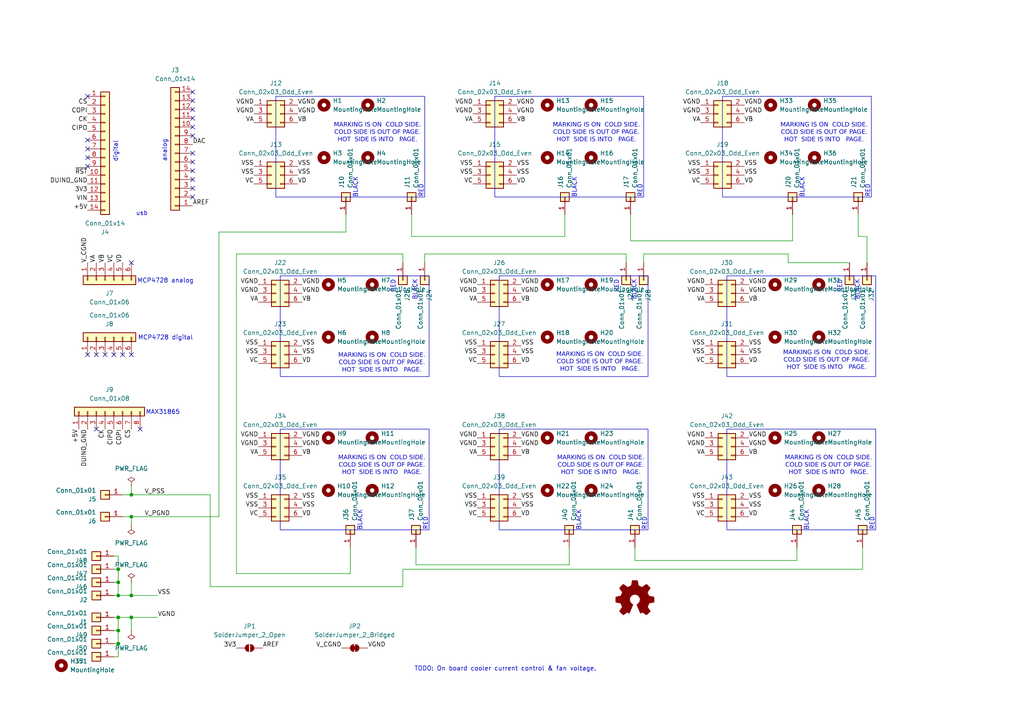
<source format=kicad_sch>
(kicad_sch (version 20250114) (generator "eeschema") (generator_version "9.0")
  (paper "A4")
  (lib_symbols
    (symbol "Connector_Generic:Conn_01x01" (pin_names (offset 1.016) (hide yes))
      (property "Reference" "J" (at 0 2.54 0))
      (property "Value" "Conn_01x01" (at 0 -2.54 0))
      (symbol "Conn_01x01_1_1"
        (pin passive line (at -5.08 0 0) (length 3.81) (name "Pin_1") (number "1"))
      )
    )
    (symbol "Connector_Generic:Conn_01x06" (pin_names (offset 1.016) (hide yes))
      (property "Reference" "J" (at 0 7.62 0))
      (property "Value" "Conn_01x06" (at 0 -10.16 0))
      (symbol "Conn_01x06_1_1"
        (pin passive line (at -5.08 5.08 0) (length 3.81) (name "Pin_1") (number "1"))
        (pin passive line (at -5.08 2.54 0) (length 3.81) (name "Pin_2") (number "2"))
        (pin passive line (at -5.08 0 0) (length 3.81) (name "Pin_3") (number "3"))
        (pin passive line (at -5.08 -2.54 0) (length 3.81) (name "Pin_4") (number "4"))
        (pin passive line (at -5.08 -5.08 0) (length 3.81) (name "Pin_5") (number "5"))
        (pin passive line (at -5.08 -7.62 0) (length 3.81) (name "Pin_6") (number "6"))
      )
    )
    (symbol "Connector_Generic:Conn_01x08" (pin_names (offset 1.016) (hide yes))
      (property "Reference" "J" (at 0 10.16 0))
      (property "Value" "Conn_01x08" (at 0 -12.7 0))
      (symbol "Conn_01x08_1_1"
        (pin passive line (at -5.08 7.62 0) (length 3.81) (name "Pin_1") (number "1"))
        (pin passive line (at -5.08 5.08 0) (length 3.81) (name "Pin_2") (number "2"))
        (pin passive line (at -5.08 2.54 0) (length 3.81) (name "Pin_3") (number "3"))
        (pin passive line (at -5.08 0 0) (length 3.81) (name "Pin_4") (number "4"))
        (pin passive line (at -5.08 -2.54 0) (length 3.81) (name "Pin_5") (number "5"))
        (pin passive line (at -5.08 -5.08 0) (length 3.81) (name "Pin_6") (number "6"))
        (pin passive line (at -5.08 -7.62 0) (length 3.81) (name "Pin_7") (number "7"))
        (pin passive line (at -5.08 -10.16 0) (length 3.81) (name "Pin_8") (number "8"))
      )
    )
    (symbol "Connector_Generic:Conn_01x14" (pin_names (offset 1.016) (hide yes))
      (property "Reference" "J" (at 0 17.78 0))
      (property "Value" "Conn_01x14" (at 0 -20.32 0))
      (symbol "Conn_01x14_1_1"
        (pin passive line (at -5.08 15.24 0) (length 3.81) (name "Pin_1") (number "1"))
        (pin passive line (at -5.08 12.7 0) (length 3.81) (name "Pin_2") (number "2"))
        (pin passive line (at -5.08 10.16 0) (length 3.81) (name "Pin_3") (number "3"))
        (pin passive line (at -5.08 7.62 0) (length 3.81) (name "Pin_4") (number "4"))
        (pin passive line (at -5.08 5.08 0) (length 3.81) (name "Pin_5") (number "5"))
        (pin passive line (at -5.08 2.54 0) (length 3.81) (name "Pin_6") (number "6"))
        (pin passive line (at -5.08 0 0) (length 3.81) (name "Pin_7") (number "7"))
        (pin passive line (at -5.08 -2.54 0) (length 3.81) (name "Pin_8") (number "8"))
        (pin passive line (at -5.08 -5.08 0) (length 3.81) (name "Pin_9") (number "9"))
        (pin passive line (at -5.08 -7.62 0) (length 3.81) (name "Pin_10") (number "10"))
        (pin passive line (at -5.08 -10.16 0) (length 3.81) (name "Pin_11") (number "11"))
        (pin passive line (at -5.08 -12.7 0) (length 3.81) (name "Pin_12") (number "12"))
        (pin passive line (at -5.08 -15.24 0) (length 3.81) (name "Pin_13") (number "13"))
        (pin passive line (at -5.08 -17.78 0) (length 3.81) (name "Pin_14") (number "14"))
      )
    )
    (symbol "Connector_Generic:Conn_02x03_Odd_Even" (pin_names (offset 1.016) (hide yes))
      (property "Reference" "J" (at 1.27 5.08 0))
      (property "Value" "Conn_02x03_Odd_Even" (at 1.27 -5.08 0))
      (symbol "Conn_02x03_Odd_Even_1_1"
        (pin passive line (at -5.08 2.54 0) (length 3.81) (name "Pin_1") (number "1"))
        (pin passive line (at -5.08 0 0) (length 3.81) (name "Pin_3") (number "3"))
        (pin passive line (at -5.08 -2.54 0) (length 3.81) (name "Pin_5") (number "5"))
        (pin passive line (at 7.62 2.54 180) (length 3.81) (name "Pin_2") (number "2"))
        (pin passive line (at 7.62 0 180) (length 3.81) (name "Pin_4") (number "4"))
        (pin passive line (at 7.62 -2.54 180) (length 3.81) (name "Pin_6") (number "6"))
      )
    )
    (symbol "Graphic:Logo_Open_Hardware_Small" (in_bom no) (on_board no))
    (symbol "Jumper:SolderJumper_2_Bridged" (pin_numbers (hide yes)) (pin_names (offset 0) (hide yes)) (in_bom no)
      (property "Reference" "JP" (at 0 2.032 0))
      (property "Value" "SolderJumper_2_Bridged" (at 0 -2.54 0))
      (symbol "SolderJumper_2_Bridged_1_1"
        (pin passive line (at -3.81 0 0) (length 2.54) (name "A") (number "1"))
        (pin passive line (at 3.81 0 180) (length 2.54) (name "B") (number "2"))
      )
    )
    (symbol "Jumper:SolderJumper_2_Open" (pin_numbers (hide yes)) (pin_names (offset 0) (hide yes)) (in_bom no)
      (property "Reference" "JP" (at 0 2.032 0))
      (property "Value" "SolderJumper_2_Open" (at 0 -2.54 0))
      (symbol "SolderJumper_2_Open_1_1"
        (pin passive line (at -3.81 0 0) (length 2.54) (name "A") (number "1"))
        (pin passive line (at 3.81 0 180) (length 2.54) (name "B") (number "2"))
      )
    )
    (symbol "Mechanical:MountingHole" (pin_names (offset 1.016)) (in_bom no)
      (property "Reference" "H" (at 0 5.08 0))
      (property "Value" "MountingHole" (at 0 3.175 0))
    )
    (symbol "power:PWR_FLAG" (power) (pin_numbers (hide yes)) (pin_names (offset 0) (hide yes))
      (property "Value" "PWR_FLAG" (at 0 3.81 0))
      (symbol "PWR_FLAG_0_0"
        (pin power_out line (at 0 0 90) (length 0) (name "~") (number "1"))
      )
    )
  )
  (rectangle (start 81.28 80.01) (end 124.46 109.22))
  (rectangle (start 210.82 124.46) (end 254 153.67))
  (rectangle (start 144.78 124.46) (end 187.96 153.67))
  (rectangle (start 143.51 27.94) (end 186.69 57.15))
  (rectangle (start 210.82 80.01) (end 254 109.22))
  (rectangle (start 81.28 124.46) (end 124.46 153.67))
  (rectangle (start 80.01 27.94) (end 123.19 57.15))
  (rectangle (start 209.55 27.94) (end 252.73 57.15))
  (rectangle (start 144.78 80.01) (end 187.96 109.22))
  (text "MAX31865" (at 47.244 119.634 0) (effects (font (size 1.27 1.27))))
  (text "BLACK" (at 104.394 150.876 90) (effects (font (size 1.27 1.27))))
  (text "MCP4728 analog" (at 48.006 81.534 0) (effects (font (size 1.27 1.27))))
  (text "RED" (at 178.816 83.058 90) (effects (font (size 1.27 1.27))))
  (text "BLACK" (at 166.624 54.356 90) (effects (font (size 1.27 1.27))))
  (text "MCP4728 digital" (at 48.006 98.044 0) (effects (font (size 1.27 1.27))))
  (text "RED" (at 252.984 151.892 90) (effects (font (size 1.27 1.27))))
  (text "TODO: On board cooler current control & fan voltage." (at 146.558 194.056 0) (effects (font (size 1.27 1.27))))
  (text "MARKING IS ON  COLD SIDE.\nCOLD SIDE IS OUT OF PAGE.\nHOT  SIDE IS INTO   PAGE." (at 173.99 105.41 0) (effects (font (size 1.27 1.27))))
  (text "RED" (at 122.174 55.372 90) (effects (font (size 1.27 1.27))))
  (text "MARKING IS ON  COLD SIDE.\nCOLD SIDE IS OUT OF PAGE.\nHOT  SIDE IS INTO   PAGE." (at 174.244 135.382 0) (effects (font (size 1.27 1.27))))
  (text "RED" (at 243.586 83.058 90) (effects (font (size 1.27 1.27))))
  (text "MARKING IS ON  COLD SIDE.\nCOLD SIDE IS OUT OF PAGE.\nHOT  SIDE IS INTO   PAGE." (at 240.284 135.382 0) (effects (font (size 1.27 1.27))))
  (text "BLACK" (at 103.124 54.356 90) (effects (font (size 1.27 1.27))))
  (text "RED" (at 185.674 55.372 90) (effects (font (size 1.27 1.27))))
  (text "MARKING IS ON  COLD SIDE.\nCOLD SIDE IS OUT OF PAGE.\nHOT  SIDE IS INTO   PAGE." (at 110.744 105.664 0) (effects (font (size 1.27 1.27))))
  (text "usb" (at 41.148 61.976 0) (effects (font (size 1.27 1.27))))
  (text "RED" (at 123.444 151.892 90) (effects (font (size 1.27 1.27))))
  (text "RED" (at 114.046 83.058 90) (effects (font (size 1.27 1.27))))
  (text "BLACK" (at 233.934 150.876 90) (effects (font (size 1.27 1.27))))
  (text "BLACK" (at 120.396 84.074 90) (effects (font (size 1.27 1.27))))
  (text "BLACK" (at 183.896 84.074 90) (effects (font (size 1.27 1.27))))
  (text "digital" (at 33.528 43.942 90) (effects (font (size 1.27 1.27))))
  (text "MARKING IS ON  COLD SIDE.\nCOLD SIDE IS OUT OF PAGE.\nHOT  SIDE IS INTO   PAGE." (at 239.776 104.902 0) (effects (font (size 1.27 1.27))))
  (text "analog" (at 47.752 43.688 90) (effects (font (size 1.27 1.27))))
  (text "MARKING IS ON  COLD SIDE.\nCOLD SIDE IS OUT OF PAGE.\nHOT  SIDE IS INTO   PAGE." (at 109.474 38.862 0) (effects (font (size 1.27 1.27))))
  (text "BLACK" (at 248.666 84.074 90) (effects (font (size 1.27 1.27))))
  (text "MARKING IS ON  COLD SIDE.\nCOLD SIDE IS OUT OF PAGE.\nHOT  SIDE IS INTO   PAGE." (at 239.014 38.862 0) (effects (font (size 1.27 1.27))))
  (text "BLACK" (at 232.664 54.356 90) (effects (font (size 1.27 1.27))))
  (text "MARKING IS ON  COLD SIDE.\nCOLD SIDE IS OUT OF PAGE.\nHOT  SIDE IS INTO   PAGE." (at 172.974 38.862 0) (effects (font (size 1.27 1.27))))
  (text "RED" (at 186.944 151.892 90) (effects (font (size 1.27 1.27))))
  (text "MARKING IS ON  COLD SIDE.\nCOLD SIDE IS OUT OF PAGE.\nHOT  SIDE IS INTO   PAGE." (at 110.744 135.382 0) (effects (font (size 1.27 1.27))))
  (text "RED" (at 251.714 55.372 90) (effects (font (size 1.27 1.27))))
  (text "BLACK" (at 167.894 150.876 90) (effects (font (size 1.27 1.27))))
  (junction (at 34.29 179.07))
  (junction (at 34.29 168.91))
  (junction (at 38.1 172.72))
  (junction (at 38.1 143.51))
  (junction (at 34.29 165.1))
  (junction (at 38.1 179.07))
  (junction (at 34.29 186.69))
  (junction (at 34.29 172.72))
  (junction (at 34.29 182.88))
  (junction (at 38.1 149.86))
  (no_connect (at 27.94 102.87))
  (no_connect (at 55.88 36.83))
  (no_connect (at 38.1 102.87))
  (no_connect (at 27.94 124.46))
  (no_connect (at 55.88 57.15))
  (no_connect (at 55.88 39.37))
  (no_connect (at 55.88 29.21))
  (no_connect (at 33.02 102.87))
  (no_connect (at 30.48 102.87))
  (no_connect (at 38.1 76.2))
  (no_connect (at 40.64 124.46))
  (no_connect (at 25.4 43.18))
  (no_connect (at 55.88 34.29))
  (no_connect (at 55.88 52.07))
  (no_connect (at 55.88 26.67))
  (no_connect (at 55.88 54.61))
  (no_connect (at 55.88 44.45))
  (no_connect (at 55.88 46.99))
  (no_connect (at 25.4 45.72))
  (no_connect (at 25.4 27.94))
  (no_connect (at 35.56 102.87))
  (no_connect (at 25.4 102.87))
  (no_connect (at 55.88 49.53))
  (no_connect (at 55.88 31.75))
  (no_connect (at 25.4 48.26))
  (no_connect (at 25.4 40.64))
  (wire (pts (xy 181.61 76.2) (xy 181.61 73.66)))
  (wire (pts (xy 100.33 67.31) (xy 63.5 67.31)))
  (wire (pts (xy 116.84 170.18) (xy 60.96 170.18)))
  (wire (pts (xy 60.96 170.18) (xy 60.96 143.51)))
  (wire (pts (xy 119.38 68.58) (xy 163.83 68.58)))
  (wire (pts (xy 38.1 149.86) (xy 38.1 152.4)))
  (wire (pts (xy 33.02 179.07) (xy 34.29 179.07)))
  (wire (pts (xy 248.92 62.23) (xy 248.92 68.58)))
  (wire (pts (xy 33.02 190.5) (xy 34.29 190.5)))
  (wire (pts (xy 38.1 172.72) (xy 45.72 172.72)))
  (wire (pts (xy 228.6 73.66) (xy 186.69 73.66)))
  (wire (pts (xy 123.19 73.66) (xy 123.19 76.2)))
  (wire (pts (xy 38.1 179.07) (xy 45.72 179.07)))
  (wire (pts (xy 182.88 69.85) (xy 229.87 69.85)))
  (wire (pts (xy 33.02 182.88) (xy 34.29 182.88)))
  (wire (pts (xy 38.1 140.97) (xy 38.1 143.51)))
  (wire (pts (xy 34.29 165.1) (xy 34.29 168.91)))
  (wire (pts (xy 231.14 162.56) (xy 231.14 158.75)))
  (wire (pts (xy 165.1 163.83) (xy 165.1 158.75)))
  (wire (pts (xy 163.83 68.58) (xy 163.83 62.23)))
  (wire (pts (xy 63.5 67.31) (xy 63.5 149.86)))
  (wire (pts (xy 116.84 165.1) (xy 116.84 170.18)))
  (wire (pts (xy 33.02 161.29) (xy 34.29 161.29)))
  (wire (pts (xy 33.02 172.72) (xy 34.29 172.72)))
  (wire (pts (xy 116.84 73.66) (xy 68.58 73.66)))
  (wire (pts (xy 35.56 143.51) (xy 38.1 143.51)))
  (wire (pts (xy 248.92 68.58) (xy 251.46 68.58)))
  (wire (pts (xy 34.29 179.07) (xy 38.1 179.07)))
  (wire (pts (xy 38.1 143.51) (xy 60.96 143.51)))
  (wire (pts (xy 250.19 165.1) (xy 116.84 165.1)))
  (wire (pts (xy 34.29 168.91) (xy 34.29 172.72)))
  (wire (pts (xy 34.29 186.69) (xy 34.29 190.5)))
  (wire (pts (xy 186.69 73.66) (xy 186.69 76.2)))
  (wire (pts (xy 120.65 163.83) (xy 165.1 163.83)))
  (wire (pts (xy 100.33 62.23) (xy 100.33 67.31)))
  (wire (pts (xy 116.84 76.2) (xy 116.84 73.66)))
  (wire (pts (xy 38.1 172.72) (xy 38.1 168.91)))
  (wire (pts (xy 34.29 172.72) (xy 38.1 172.72)))
  (wire (pts (xy 250.19 158.75) (xy 250.19 165.1)))
  (wire (pts (xy 228.6 76.2) (xy 228.6 73.66)))
  (wire (pts (xy 246.38 76.2) (xy 228.6 76.2)))
  (wire (pts (xy 34.29 179.07) (xy 34.29 182.88)))
  (wire (pts (xy 38.1 179.07) (xy 38.1 182.88)))
  (wire (pts (xy 182.88 62.23) (xy 182.88 69.85)))
  (wire (pts (xy 101.6 158.75) (xy 101.6 166.37)))
  (wire (pts (xy 68.58 166.37) (xy 101.6 166.37)))
  (wire (pts (xy 33.02 168.91) (xy 34.29 168.91)))
  (wire (pts (xy 33.02 186.69) (xy 34.29 186.69)))
  (wire (pts (xy 33.02 165.1) (xy 34.29 165.1)))
  (wire (pts (xy 34.29 161.29) (xy 34.29 165.1)))
  (wire (pts (xy 229.87 69.85) (xy 229.87 62.23)))
  (wire (pts (xy 119.38 62.23) (xy 119.38 68.58)))
  (wire (pts (xy 35.56 149.86) (xy 38.1 149.86)))
  (wire (pts (xy 184.15 158.75) (xy 184.15 162.56)))
  (wire (pts (xy 38.1 149.86) (xy 63.5 149.86)))
  (wire (pts (xy 68.58 73.66) (xy 68.58 166.37)))
  (wire (pts (xy 184.15 162.56) (xy 231.14 162.56)))
  (wire (pts (xy 120.65 158.75) (xy 120.65 163.83)))
  (wire (pts (xy 251.46 68.58) (xy 251.46 76.2)))
  (wire (pts (xy 181.61 73.66) (xy 123.19 73.66)))
  (wire (pts (xy 34.29 182.88) (xy 34.29 186.69)))
  (label "VC" (at 73.66 53.34 180))
  (label "VA" (at 204.47 87.63 180))
  (label "VGND" (at 151.13 85.09 0))
  (label "VSS" (at 151.13 100.33 0))
  (label "VB" (at 87.63 132.08 0))
  (label "CS" (at 38.1 124.46 270))
  (label "VSS" (at 149.86 50.8 0))
  (label "VSS" (at 138.43 102.87 180))
  (label "VSS" (at 138.43 144.78 180))
  (label "VSS" (at 87.63 100.33 0))
  (label "VSS" (at 204.47 100.33 180))
  (label "VGND" (at 74.93 129.54 180))
  (label "V_CGND" (at 25.4 76.2 90))
  (label "VSS" (at 74.93 100.33 180))
  (label "DUINO_GND" (at 25.4 124.46 270))
  (label "VC" (at 203.2 53.34 180))
  (label "VA" (at 138.43 132.08 180))
  (label "DUINO_GND" (at 25.4 53.34 180))
  (label "VSS" (at 203.2 48.26 180))
  (label "VB" (at 217.17 87.63 0))
  (label "VC" (at 74.93 149.86 180))
  (label "CS" (at 25.4 30.48 180))
  (label "VGND" (at 217.17 127 0))
  (label "VC" (at 137.16 53.34 180))
  (label "VGND" (at 74.93 127 180))
  (label "VD" (at 86.36 53.34 0))
  (label "VGND" (at 217.17 82.55 0))
  (label "VD" (at 217.17 105.41 0))
  (label "VSS" (at 87.63 144.78 0))
  (label "VSS" (at 87.63 102.87 0))
  (label "VSS" (at 86.36 48.26 0))
  (label "VSS" (at 217.17 144.78 0))
  (label "VD" (at 87.63 149.86 0))
  (label "VSS" (at 217.17 102.87 0))
  (label "VGND" (at 203.2 33.02 180))
  (label "VSS" (at 74.93 144.78 180))
  (label "VB" (at 30.48 76.2 90))
  (label "VSS" (at 151.13 144.78 0))
  (label "VD" (at 215.9 53.34 0))
  (label "VD" (at 87.63 105.41 0))
  (label "VGND" (at 87.63 85.09 0))
  (label "VSS" (at 137.16 48.26 180))
  (label "VGND" (at 138.43 82.55 180))
  (label "VSS" (at 45.72 172.72 0))
  (label "VGND" (at 204.47 82.55 180))
  (label "VSS" (at 204.47 147.32 180))
  (label "CIPO" (at 25.4 38.1 180))
  (label "+5V" (at 25.4 60.96 180))
  (label "VA" (at 203.2 35.56 180))
  (label "VGND" (at 149.86 30.48 0))
  (label "VSS" (at 73.66 50.8 180))
  (label "VB" (at 151.13 87.63 0))
  (label "VGND" (at 215.9 33.02 0))
  (label "VGND" (at 138.43 129.54 180))
  (label "VGND" (at 217.17 129.54 0))
  (label "VB" (at 215.9 35.56 0))
  (label "VGND" (at 215.9 30.48 0))
  (label "CIPO" (at 33.02 124.46 270))
  (label "VSS" (at 74.93 147.32 180))
  (label "VGND" (at 204.47 127 180))
  (label "VGND" (at 204.47 85.09 180))
  (label "VGND" (at 151.13 127 0))
  (label "VIN" (at 25.4 58.42 180))
  (label "VGND" (at 73.66 30.48 180))
  (label "VC" (at 74.93 105.41 180))
  (label "VD" (at 151.13 149.86 0))
  (label "COPI" (at 35.56 124.46 270))
  (label "VB" (at 151.13 132.08 0))
  (label "VGND" (at 138.43 85.09 180))
  (label "VGND" (at 87.63 127 0))
  (label "VA" (at 27.94 76.2 90))
  (label "VGND" (at 45.72 179.07 0))
  (label "VSS" (at 217.17 100.33 0))
  (label "VGND" (at 73.66 33.02 180))
  (label "VSS" (at 87.63 147.32 0))
  (label "VSS" (at 217.17 147.32 0))
  (label "VGND" (at 138.43 127 180))
  (label "VC" (at 138.43 105.41 180))
  (label "DAC" (at 55.88 41.91 0))
  (label "V_PSS" (at 41.91 143.51 0))
  (label "V_PGND" (at 41.91 149.86 0))
  (label "VD" (at 151.13 105.41 0))
  (label "VB" (at 217.17 132.08 0))
  (label "VGND" (at 86.36 33.02 0))
  (label "+5V" (at 22.86 124.46 270))
  (label "VGND" (at 149.86 33.02 0))
  (label "VD" (at 35.56 76.2 90))
  (label "VSS" (at 215.9 50.8 0))
  (label "VSS" (at 86.36 50.8 0))
  (label "VSS" (at 203.2 50.8 180))
  (label "VC" (at 204.47 105.41 180))
  (label "VA" (at 74.93 87.63 180))
  (label "VSS" (at 138.43 100.33 180))
  (label "VGND" (at 87.63 129.54 0))
  (label "VGND" (at 203.2 30.48 180))
  (label "VA" (at 137.16 35.56 180))
  (label "VGND" (at 204.47 129.54 180))
  (label "VD" (at 217.17 149.86 0))
  (label "VSS" (at 215.9 48.26 0))
  (label "COPI" (at 25.4 33.02 180))
  (label "VSS" (at 149.86 48.26 0))
  (label "VA" (at 204.47 132.08 180))
  (label "VA" (at 138.43 87.63 180))
  (label "VGND" (at 87.63 82.55 0))
  (label "VC" (at 204.47 149.86 180))
  (label "CK" (at 30.48 124.46 270))
  (label "VC" (at 138.43 149.86 180))
  (label "V_CGND" (at 99.06 187.96 180))
  (label "VGND" (at 151.13 82.55 0))
  (label "VGND" (at 217.17 85.09 0))
  (label "VGND" (at 74.93 82.55 180))
  (label "VSS" (at 204.47 102.87 180))
  (label "VSS" (at 74.93 102.87 180))
  (label "VSS" (at 138.43 147.32 180))
  (label "VSS" (at 137.16 50.8 180))
  (label "VA" (at 74.93 132.08 180))
  (label "VSS" (at 151.13 147.32 0))
  (label "VC" (at 33.02 76.2 90))
  (label "VGND" (at 137.16 30.48 180))
  (label "VSS" (at 151.13 102.87 0))
  (label "VB" (at 86.36 35.56 0))
  (label "VA" (at 73.66 35.56 180))
  (label "AREF" (at 55.88 59.69 0))
  (label "VSS" (at 204.47 144.78 180))
  (label "VD" (at 149.86 53.34 0))
  (label "VGND" (at 106.68 187.96 0))
  (label "VSS" (at 73.66 48.26 180))
  (label "VGND" (at 74.93 85.09 180))
  (label "VGND" (at 137.16 33.02 180))
  (label "VGND" (at 151.13 129.54 0))
  (label "VB" (at 149.86 35.56 0))
  (label "VGND" (at 86.36 30.48 0))
  (label "CK" (at 25.4 35.56 180))
  (label "3V3" (at 25.4 55.88 180))
  (label "AREF" (at 76.2 187.96 0))
  (label "~{RST}" (at 25.4 50.8 180))
  (label "VB" (at 87.63 87.63 0))
  (label "3V3" (at 68.58 187.96 180))
  (symbol (lib_id "Connector_Generic:Conn_01x06") (at 30.48 97.79 90) (unit 1)
    (property "Reference" "J8" (at 31.75 93.98 90))
    (property "Value" "Conn_01x06" (at 31.75 91.44 90))
    (property "Footprint" "Connector_PinSocket_2.54mm:PinSocket_1x06_P2.54mm_Vertical_SMD_Pin1Left" (effects (hide yes)))
    (property "Description" "Generic connector, single row, 01x06, script generated (kicad-library-utils/schlib/autogen/connector/)" (effects (hide yes)))
  )
  (symbol (lib_id "Mechanical:MountingHole") (at 237.49 142.24 0) (unit 1) (in_bom no)
    (property "Reference" "H28" (at 240.03 140.9699 0) (effects (justify left)))
    (property "Value" "MountingHole" (at 240.03 143.5099 0) (effects (justify left)))
    (property "Footprint" "custom:MountingHole_3.50mm" (effects (hide yes)))
    (property "Description" "Mounting Hole without connection" (effects (hide yes)))
  )
  (symbol (lib_id "power:PWR_FLAG") (at 38.1 168.91 0) (unit 1)
    (property "Reference" "#FLG04" (effects (hide yes)))
    (property "Value" "PWR_FLAG" (at 38.1 163.83 0))
    (property "Description" "Special symbol for telling ERC where power comes from" (effects (hide yes)))
  )
  (symbol (lib_id "Connector_Generic:Conn_01x06") (at 30.48 81.28 90) (mirror x) (unit 1)
    (property "Reference" "J7" (at 31.75 85.09 90))
    (property "Value" "Conn_01x06" (at 31.75 87.63 90))
    (property "Footprint" "Connector_PinSocket_2.54mm:PinSocket_1x06_P2.54mm_Vertical_SMD_Pin1Left" (effects (hide yes)))
    (property "Description" "Generic connector, single row, 01x06, script generated (kicad-library-utils/schlib/autogen/connector/)" (effects (hide yes)))
  )
  (symbol (lib_id "Mechanical:MountingHole") (at 93.98 45.72 0) (unit 1) (in_bom no)
    (property "Reference" "H3" (at 96.52 44.4499 0) (effects (justify left)))
    (property "Value" "MountingHole" (at 96.52 46.9899 0) (effects (justify left)))
    (property "Footprint" "custom:MountingHole_3.50mm" (effects (hide yes)))
    (property "Description" "Mounting Hole without connection" (effects (hide yes)))
  )
  (symbol (lib_id "Connector_Generic:Conn_01x01") (at 101.6 153.67 90) (unit 1)
    (property "Reference" "J36" (at 100.3299 151.13 0) (effects (justify left)))
    (property "Value" "Conn_01x01" (at 102.8699 151.13 0) (effects (justify left)))
    (property "Footprint" "Connector_Wire:SolderWirePad_1x01_SMD_3x6mm" (effects (hide yes)))
    (property "Description" "Generic connector, single row, 01x01, script generated (kicad-library-utils/schlib/autogen/connector/)" (effects (hide yes)))
  )
  (symbol (lib_id "Connector_Generic:Conn_01x14") (at 30.48 43.18 0) (unit 1)
    (property "Reference" "J4" (at 30.48 67.31 0))
    (property "Value" "Conn_01x14" (at 30.48 64.77 0))
    (property "Footprint" "Connector_PinSocket_2.54mm:PinSocket_1x14_P2.54mm_Vertical_SMD_Pin1Left" (effects (hide yes)))
    (property "Description" "Generic connector, single row, 01x14, script generated (kicad-library-utils/schlib/autogen/connector/)" (effects (hide yes)))
  )
  (symbol (lib_id "Mechanical:MountingHole") (at 171.45 142.24 0) (unit 1) (in_bom no)
    (property "Reference" "H24" (at 173.99 140.9699 0) (effects (justify left)))
    (property "Value" "MountingHole" (at 173.99 143.5099 0) (effects (justify left)))
    (property "Footprint" "custom:MountingHole_3.50mm" (effects (hide yes)))
    (property "Description" "Mounting Hole without connection" (effects (hide yes)))
  )
  (symbol (lib_id "Mechanical:MountingHole") (at 224.79 142.24 0) (unit 1) (in_bom no)
    (property "Reference" "H26" (at 227.33 140.9699 0) (effects (justify left)))
    (property "Value" "MountingHole" (at 227.33 143.5099 0) (effects (justify left)))
    (property "Footprint" "custom:MountingHole_3.50mm" (effects (hide yes)))
    (property "Description" "Mounting Hole without connection" (effects (hide yes)))
  )
  (symbol (lib_id "Mechanical:MountingHole") (at 171.45 82.55 0) (unit 1) (in_bom no)
    (property "Reference" "H19" (at 173.99 81.2799 0) (effects (justify left)))
    (property "Value" "MountingHole" (at 173.99 83.8199 0) (effects (justify left)))
    (property "Footprint" "custom:MountingHole_3.50mm" (effects (hide yes)))
    (property "Description" "Mounting Hole without connection" (effects (hide yes)))
  )
  (symbol (lib_id "Connector_Generic:Conn_02x03_Odd_Even") (at 208.28 33.02 0) (unit 1)
    (property "Reference" "J18" (at 209.55 24.13 0))
    (property "Value" "Conn_02x03_Odd_Even" (at 209.55 26.67 0))
    (property "Footprint" "Connector_PinHeader_2.54mm:PinHeader_2x03_P2.54mm_Vertical_SMD" (effects (hide yes)))
    (property "Description" "Generic connector, double row, 02x03, odd/even pin numbering scheme (row 1 odd numbers, row 2 even numbers), script generated (kicad-library-utils/schlib/autogen/connector/)" (effects (hide yes)))
  )
  (symbol (lib_id "Connector_Generic:Conn_02x03_Odd_Even") (at 143.51 129.54 0) (unit 1)
    (property "Reference" "J38" (at 144.78 120.65 0))
    (property "Value" "Conn_02x03_Odd_Even" (at 144.78 123.19 0))
    (property "Footprint" "Connector_PinHeader_2.54mm:PinHeader_2x03_P2.54mm_Vertical_SMD" (effects (hide yes)))
    (property "Description" "Generic connector, double row, 02x03, odd/even pin numbering scheme (row 1 odd numbers, row 2 even numbers), script generated (kicad-library-utils/schlib/autogen/connector/)" (effects (hide yes)))
  )
  (symbol (lib_id "Connector_Generic:Conn_01x01") (at 250.19 153.67 90) (unit 1)
    (property "Reference" "J45" (at 248.9199 151.13 0) (effects (justify left)))
    (property "Value" "Conn_01x01" (at 251.4599 151.13 0) (effects (justify left)))
    (property "Footprint" "Connector_Wire:SolderWirePad_1x01_SMD_3x6mm" (effects (hide yes)))
    (property "Description" "Generic connector, single row, 01x01, script generated (kicad-library-utils/schlib/autogen/connector/)" (effects (hide yes)))
  )
  (symbol (lib_id "Mechanical:MountingHole") (at 158.75 82.55 0) (unit 1) (in_bom no)
    (property "Reference" "H17" (at 161.29 81.2799 0) (effects (justify left)))
    (property "Value" "MountingHole" (at 161.29 83.8199 0) (effects (justify left)))
    (property "Footprint" "custom:MountingHole_3.50mm" (effects (hide yes)))
    (property "Description" "Mounting Hole without connection" (effects (hide yes)))
  )
  (symbol (lib_id "Connector_Generic:Conn_01x01") (at 163.83 57.15 90) (unit 1)
    (property "Reference" "J16" (at 162.5599 54.61 0) (effects (justify left)))
    (property "Value" "Conn_01x01" (at 165.0999 54.61 0) (effects (justify left)))
    (property "Footprint" "Connector_Wire:SolderWirePad_1x01_SMD_3x6mm" (effects (hide yes)))
    (property "Description" "Generic connector, single row, 01x01, script generated (kicad-library-utils/schlib/autogen/connector/)" (effects (hide yes)))
  )
  (symbol (lib_id "Connector_Generic:Conn_01x01") (at 181.61 81.28 270) (unit 1)
    (property "Reference" "J29" (at 182.8801 83.82 0) (effects (justify left)))
    (property "Value" "Conn_01x01" (at 180.3401 83.82 0) (effects (justify left)))
    (property "Footprint" "Connector_Wire:SolderWirePad_1x01_SMD_3x6mm" (effects (hide yes)))
    (property "Description" "Generic connector, single row, 01x01, script generated (kicad-library-utils/schlib/autogen/connector/)" (effects (hide yes)))
  )
  (symbol (lib_id "Jumper:SolderJumper_2_Open") (at 72.39 187.96 0) (unit 1) (in_bom no)
    (property "Reference" "JP1" (at 72.39 181.61 0))
    (property "Value" "SolderJumper_2_Open" (at 72.39 184.15 0))
    (property "Footprint" "Jumper:SolderJumper-2_P1.3mm_Open_RoundedPad1.0x1.5mm" (effects (hide yes)))
    (property "Description" "Solder Jumper, 2-pole, open" (effects (hide yes)))
  )
  (symbol (lib_id "Connector_Generic:Conn_01x01") (at 231.14 153.67 90) (unit 1)
    (property "Reference" "J44" (at 229.8699 151.13 0) (effects (justify left)))
    (property "Value" "Conn_01x01" (at 232.4099 151.13 0) (effects (justify left)))
    (property "Footprint" "Connector_Wire:SolderWirePad_1x01_SMD_3x6mm" (effects (hide yes)))
    (property "Description" "Generic connector, single row, 01x01, script generated (kicad-library-utils/schlib/autogen/connector/)" (effects (hide yes)))
  )
  (symbol (lib_id "Mechanical:MountingHole") (at 95.25 142.24 0) (unit 1) (in_bom no)
    (property "Reference" "H10" (at 97.79 140.9699 0) (effects (justify left)))
    (property "Value" "MountingHole" (at 97.79 143.5099 0) (effects (justify left)))
    (property "Footprint" "custom:MountingHole_3.50mm" (effects (hide yes)))
    (property "Description" "Mounting Hole without connection" (effects (hide yes)))
  )
  (symbol (lib_id "Connector_Generic:Conn_01x01") (at 246.38 81.28 270) (unit 1)
    (property "Reference" "J33" (at 247.6501 83.82 0) (effects (justify left)))
    (property "Value" "Conn_01x01" (at 245.1101 83.82 0) (effects (justify left)))
    (property "Footprint" "Connector_Wire:SolderWirePad_1x01_SMD_3x6mm" (effects (hide yes)))
    (property "Description" "Generic connector, single row, 01x01, script generated (kicad-library-utils/schlib/autogen/connector/)" (effects (hide yes)))
  )
  (symbol (lib_id "Mechanical:MountingHole") (at 224.79 127 0) (unit 1) (in_bom no)
    (property "Reference" "H25" (at 227.33 125.7299 0) (effects (justify left)))
    (property "Value" "MountingHole" (at 227.33 128.2699 0) (effects (justify left)))
    (property "Footprint" "custom:MountingHole_3.50mm" (effects (hide yes)))
    (property "Description" "Mounting Hole without connection" (effects (hide yes)))
  )
  (symbol (lib_id "Mechanical:MountingHole") (at 171.45 30.48 0) (unit 1) (in_bom no)
    (property "Reference" "H15" (at 173.99 29.2099 0) (effects (justify left)))
    (property "Value" "MountingHole" (at 173.99 31.7499 0) (effects (justify left)))
    (property "Footprint" "custom:MountingHole_3.50mm" (effects (hide yes)))
    (property "Description" "Mounting Hole without connection" (effects (hide yes)))
  )
  (symbol (lib_id "Connector_Generic:Conn_01x01") (at 251.46 81.28 270) (unit 1)
    (property "Reference" "J32" (at 252.7301 83.82 0) (effects (justify left)))
    (property "Value" "Conn_01x01" (at 250.1901 83.82 0) (effects (justify left)))
    (property "Footprint" "Connector_Wire:SolderWirePad_1x01_SMD_3x6mm" (effects (hide yes)))
    (property "Description" "Generic connector, single row, 01x01, script generated (kicad-library-utils/schlib/autogen/connector/)" (effects (hide yes)))
  )
  (symbol (lib_id "Mechanical:MountingHole") (at 223.52 30.48 0) (unit 1) (in_bom no)
    (property "Reference" "H33" (at 226.06 29.2099 0) (effects (justify left)))
    (property "Value" "MountingHole" (at 226.06 31.7499 0) (effects (justify left)))
    (property "Footprint" "custom:MountingHole_3.50mm" (effects (hide yes)))
    (property "Description" "Mounting Hole without connection" (effects (hide yes)))
  )
  (symbol (lib_id "Connector_Generic:Conn_01x01") (at 27.94 172.72 180) (unit 1)
    (property "Reference" "J2" (at 25.4 173.9901 0) (effects (justify left)))
    (property "Value" "Conn_01x01" (at 25.4 171.4501 0) (effects (justify left)))
    (property "Footprint" "custom:TE_2834012-3_1x01_P4.0mm_Horizontal" (effects (hide yes)))
    (property "Description" "Generic connector, single row, 01x01, script generated (kicad-library-utils/schlib/autogen/connector/)" (effects (hide yes)))
  )
  (symbol (lib_id "Connector_Generic:Conn_01x01") (at 27.94 190.5 180) (unit 1)
    (property "Reference" "J51" (at 25.4 191.7701 0) (effects (justify left)))
    (property "Value" "Conn_01x01" (at 25.4 189.2301 0) (effects (justify left)))
    (property "Footprint" "custom:TE_2834012-3_1x01_P4.0mm_Horizontal" (effects (hide yes)))
    (property "Description" "Generic connector, single row, 01x01, script generated (kicad-library-utils/schlib/autogen/connector/)" (effects (hide yes)))
  )
  (symbol (lib_id "Mechanical:MountingHole") (at 236.22 30.48 0) (unit 1) (in_bom no)
    (property "Reference" "H35" (at 238.76 29.2099 0) (effects (justify left)))
    (property "Value" "MountingHole" (at 238.76 31.7499 0) (effects (justify left)))
    (property "Footprint" "custom:MountingHole_3.50mm" (effects (hide yes)))
    (property "Description" "Mounting Hole without connection" (effects (hide yes)))
  )
  (symbol (lib_id "Connector_Generic:Conn_02x03_Odd_Even") (at 78.74 50.8 0) (unit 1)
    (property "Reference" "J13" (at 80.01 41.91 0))
    (property "Value" "Conn_02x03_Odd_Even" (at 80.01 44.45 0))
    (property "Footprint" "Connector_PinHeader_2.54mm:PinHeader_2x03_P2.54mm_Vertical_SMD" (effects (hide yes)))
    (property "Description" "Generic connector, double row, 02x03, odd/even pin numbering scheme (row 1 odd numbers, row 2 even numbers), script generated (kicad-library-utils/schlib/autogen/connector/)" (effects (hide yes)))
  )
  (symbol (lib_id "Mechanical:MountingHole") (at 107.95 97.79 0) (unit 1) (in_bom no)
    (property "Reference" "H8" (at 110.49 96.5199 0) (effects (justify left)))
    (property "Value" "MountingHole" (at 110.49 99.0599 0) (effects (justify left)))
    (property "Footprint" "custom:MountingHole_3.50mm" (effects (hide yes)))
    (property "Description" "Mounting Hole without connection" (effects (hide yes)))
  )
  (symbol (lib_id "Connector_Generic:Conn_02x03_Odd_Even") (at 80.01 102.87 0) (unit 1)
    (property "Reference" "J23" (at 81.28 93.98 0))
    (property "Value" "Conn_02x03_Odd_Even" (at 81.28 96.52 0))
    (property "Footprint" "Connector_PinHeader_2.54mm:PinHeader_2x03_P2.54mm_Vertical_SMD" (effects (hide yes)))
    (property "Description" "Generic connector, double row, 02x03, odd/even pin numbering scheme (row 1 odd numbers, row 2 even numbers), script generated (kicad-library-utils/schlib/autogen/connector/)" (effects (hide yes)))
  )
  (symbol (lib_id "Mechanical:MountingHole") (at 95.25 97.79 0) (unit 1) (in_bom no)
    (property "Reference" "H6" (at 97.79 96.5199 0) (effects (justify left)))
    (property "Value" "MountingHole" (at 97.79 99.0599 0) (effects (justify left)))
    (property "Footprint" "custom:MountingHole_3.50mm" (effects (hide yes)))
    (property "Description" "Mounting Hole without connection" (effects (hide yes)))
  )
  (symbol (lib_id "Connector_Generic:Conn_01x01") (at 184.15 153.67 90) (unit 1)
    (property "Reference" "J41" (at 182.8799 151.13 0) (effects (justify left)))
    (property "Value" "Conn_01x01" (at 185.4199 151.13 0) (effects (justify left)))
    (property "Footprint" "Connector_Wire:SolderWirePad_1x01_SMD_3x6mm" (effects (hide yes)))
    (property "Description" "Generic connector, single row, 01x01, script generated (kicad-library-utils/schlib/autogen/connector/)" (effects (hide yes)))
  )
  (symbol (lib_id "Mechanical:MountingHole") (at 17.78 193.04 0) (unit 1) (in_bom no)
    (property "Reference" "H37" (at 20.32 191.7699 0) (effects (justify left)))
    (property "Value" "MountingHole" (at 20.32 194.3099 0) (effects (justify left)))
    (property "Footprint" "custom:MountingHole_3.0mm" (effects (hide yes)))
    (property "Description" "Mounting Hole without connection" (effects (hide yes)))
  )
  (symbol (lib_id "Connector_Generic:Conn_02x03_Odd_Even") (at 209.55 129.54 0) (unit 1)
    (property "Reference" "J42" (at 210.82 120.65 0))
    (property "Value" "Conn_02x03_Odd_Even" (at 210.82 123.19 0))
    (property "Footprint" "Connector_PinHeader_2.54mm:PinHeader_2x03_P2.54mm_Vertical_SMD" (effects (hide yes)))
    (property "Description" "Generic connector, double row, 02x03, odd/even pin numbering scheme (row 1 odd numbers, row 2 even numbers), script generated (kicad-library-utils/schlib/autogen/connector/)" (effects (hide yes)))
  )
  (symbol (lib_id "Connector_Generic:Conn_02x03_Odd_Even") (at 209.55 102.87 0) (unit 1)
    (property "Reference" "J31" (at 210.82 93.98 0))
    (property "Value" "Conn_02x03_Odd_Even" (at 210.82 96.52 0))
    (property "Footprint" "Connector_PinHeader_2.54mm:PinHeader_2x03_P2.54mm_Vertical_SMD" (effects (hide yes)))
    (property "Description" "Generic connector, double row, 02x03, odd/even pin numbering scheme (row 1 odd numbers, row 2 even numbers), script generated (kicad-library-utils/schlib/autogen/connector/)" (effects (hide yes)))
  )
  (symbol (lib_id "power:PWR_FLAG") (at 38.1 182.88 180) (unit 1)
    (property "Reference" "#FLG03" (effects (hide yes)))
    (property "Value" "PWR_FLAG" (at 38.1 187.96 0))
    (property "Description" "Special symbol for telling ERC where power comes from" (effects (hide yes)))
  )
  (symbol (lib_id "Graphic:Logo_Open_Hardware_Small") (at 184.15 173.99 0) (unit 1) (exclude_from_sim yes) (in_bom no)
    (property "Reference" "SYM1" (effects (hide yes)))
    (property "Value" "Logo_Open_Hardware_Small" (effects (hide yes)))
    (property "Footprint" "custom:site_small" (effects (hide yes)))
    (property "Description" "Open Hardware logo, small" (effects (hide yes)))
  )
  (symbol (lib_id "Connector_Generic:Conn_01x01") (at 229.87 57.15 90) (unit 1)
    (property "Reference" "J20" (at 228.5999 54.61 0) (effects (justify left)))
    (property "Value" "Conn_01x01" (at 231.1399 54.61 0) (effects (justify left)))
    (property "Footprint" "Connector_Wire:SolderWirePad_1x01_SMD_3x6mm" (effects (hide yes)))
    (property "Description" "Generic connector, single row, 01x01, script generated (kicad-library-utils/schlib/autogen/connector/)" (effects (hide yes)))
  )
  (symbol (lib_id "Mechanical:MountingHole") (at 95.25 82.55 0) (unit 1) (in_bom no)
    (property "Reference" "H5" (at 97.79 81.2799 0) (effects (justify left)))
    (property "Value" "MountingHole" (at 97.79 83.8199 0) (effects (justify left)))
    (property "Footprint" "custom:MountingHole_3.50mm" (effects (hide yes)))
    (property "Description" "Mounting Hole without connection" (effects (hide yes)))
  )
  (symbol (lib_id "Connector_Generic:Conn_02x03_Odd_Even") (at 209.55 85.09 0) (unit 1)
    (property "Reference" "J30" (at 210.82 76.2 0))
    (property "Value" "Conn_02x03_Odd_Even" (at 210.82 78.74 0))
    (property "Footprint" "Connector_PinHeader_2.54mm:PinHeader_2x03_P2.54mm_Vertical_SMD" (effects (hide yes)))
    (property "Description" "Generic connector, double row, 02x03, odd/even pin numbering scheme (row 1 odd numbers, row 2 even numbers), script generated (kicad-library-utils/schlib/autogen/connector/)" (effects (hide yes)))
  )
  (symbol (lib_id "Mechanical:MountingHole") (at 107.95 142.24 0) (unit 1) (in_bom no)
    (property "Reference" "H12" (at 110.49 140.9699 0) (effects (justify left)))
    (property "Value" "MountingHole" (at 110.49 143.5099 0) (effects (justify left)))
    (property "Footprint" "custom:MountingHole_3.50mm" (effects (hide yes)))
    (property "Description" "Mounting Hole without connection" (effects (hide yes)))
  )
  (symbol (lib_id "Connector_Generic:Conn_01x01") (at 116.84 81.28 270) (unit 1)
    (property "Reference" "J25" (at 118.1101 83.82 0) (effects (justify left)))
    (property "Value" "Conn_01x01" (at 115.5701 83.82 0) (effects (justify left)))
    (property "Footprint" "Connector_Wire:SolderWirePad_1x01_SMD_3x6mm" (effects (hide yes)))
    (property "Description" "Generic connector, single row, 01x01, script generated (kicad-library-utils/schlib/autogen/connector/)" (effects (hide yes)))
  )
  (symbol (lib_id "Connector_Generic:Conn_01x01") (at 182.88 57.15 90) (unit 1)
    (property "Reference" "J17" (at 181.6099 54.61 0) (effects (justify left)))
    (property "Value" "Conn_01x01" (at 184.1499 54.61 0) (effects (justify left)))
    (property "Footprint" "Connector_Wire:SolderWirePad_1x01_SMD_3x6mm" (effects (hide yes)))
    (property "Description" "Generic connector, single row, 01x01, script generated (kicad-library-utils/schlib/autogen/connector/)" (effects (hide yes)))
  )
  (symbol (lib_id "Mechanical:MountingHole") (at 107.95 82.55 0) (unit 1) (in_bom no)
    (property "Reference" "H7" (at 110.49 81.2799 0) (effects (justify left)))
    (property "Value" "MountingHole" (at 110.49 83.8199 0) (effects (justify left)))
    (property "Footprint" "custom:MountingHole_3.50mm" (effects (hide yes)))
    (property "Description" "Mounting Hole without connection" (effects (hide yes)))
  )
  (symbol (lib_id "Connector_Generic:Conn_02x03_Odd_Even") (at 143.51 147.32 0) (unit 1)
    (property "Reference" "J39" (at 144.78 138.43 0))
    (property "Value" "Conn_02x03_Odd_Even" (at 144.78 140.97 0))
    (property "Footprint" "Connector_PinHeader_2.54mm:PinHeader_2x03_P2.54mm_Vertical_SMD" (effects (hide yes)))
    (property "Description" "Generic connector, double row, 02x03, odd/even pin numbering scheme (row 1 odd numbers, row 2 even numbers), script generated (kicad-library-utils/schlib/autogen/connector/)" (effects (hide yes)))
  )
  (symbol (lib_id "Mechanical:MountingHole") (at 158.75 45.72 0) (unit 1) (in_bom no)
    (property "Reference" "H14" (at 161.29 44.4499 0) (effects (justify left)))
    (property "Value" "MountingHole" (at 161.29 46.9899 0) (effects (justify left)))
    (property "Footprint" "custom:MountingHole_3.50mm" (effects (hide yes)))
    (property "Description" "Mounting Hole without connection" (effects (hide yes)))
  )
  (symbol (lib_id "Mechanical:MountingHole") (at 106.68 45.72 0) (unit 1) (in_bom no)
    (property "Reference" "H4" (at 109.22 44.4499 0) (effects (justify left)))
    (property "Value" "MountingHole" (at 109.22 46.9899 0) (effects (justify left)))
    (property "Footprint" "custom:MountingHole_3.50mm" (effects (hide yes)))
    (property "Description" "Mounting Hole without connection" (effects (hide yes)))
  )
  (symbol (lib_id "Mechanical:MountingHole") (at 171.45 127 0) (unit 1) (in_bom no)
    (property "Reference" "H23" (at 173.99 125.7299 0) (effects (justify left)))
    (property "Value" "MountingHole" (at 173.99 128.2699 0) (effects (justify left)))
    (property "Footprint" "custom:MountingHole_3.50mm" (effects (hide yes)))
    (property "Description" "Mounting Hole without connection" (effects (hide yes)))
  )
  (symbol (lib_id "Mechanical:MountingHole") (at 237.49 97.79 0) (unit 1) (in_bom no)
    (property "Reference" "H32" (at 240.03 96.5199 0) (effects (justify left)))
    (property "Value" "MountingHole" (at 240.03 99.0599 0) (effects (justify left)))
    (property "Footprint" "custom:MountingHole_3.50mm" (effects (hide yes)))
    (property "Description" "Mounting Hole without connection" (effects (hide yes)))
  )
  (symbol (lib_id "Mechanical:MountingHole") (at 224.79 97.79 0) (unit 1) (in_bom no)
    (property "Reference" "H30" (at 227.33 96.5199 0) (effects (justify left)))
    (property "Value" "MountingHole" (at 227.33 99.0599 0) (effects (justify left)))
    (property "Footprint" "custom:MountingHole_3.50mm" (effects (hide yes)))
    (property "Description" "Mounting Hole without connection" (effects (hide yes)))
  )
  (symbol (lib_id "Connector_Generic:Conn_02x03_Odd_Even") (at 80.01 129.54 0) (unit 1)
    (property "Reference" "J34" (at 81.28 120.65 0))
    (property "Value" "Conn_02x03_Odd_Even" (at 81.28 123.19 0))
    (property "Footprint" "Connector_PinHeader_2.54mm:PinHeader_2x03_P2.54mm_Vertical_SMD" (effects (hide yes)))
    (property "Description" "Generic connector, double row, 02x03, odd/even pin numbering scheme (row 1 odd numbers, row 2 even numbers), script generated (kicad-library-utils/schlib/autogen/connector/)" (effects (hide yes)))
  )
  (symbol (lib_id "Connector_Generic:Conn_02x03_Odd_Even") (at 143.51 85.09 0) (unit 1)
    (property "Reference" "J26" (at 144.78 76.2 0))
    (property "Value" "Conn_02x03_Odd_Even" (at 144.78 78.74 0))
    (property "Footprint" "Connector_PinHeader_2.54mm:PinHeader_2x03_P2.54mm_Vertical_SMD" (effects (hide yes)))
    (property "Description" "Generic connector, double row, 02x03, odd/even pin numbering scheme (row 1 odd numbers, row 2 even numbers), script generated (kicad-library-utils/schlib/autogen/connector/)" (effects (hide yes)))
  )
  (symbol (lib_id "Connector_Generic:Conn_02x03_Odd_Even") (at 208.28 50.8 0) (unit 1)
    (property "Reference" "J19" (at 209.55 41.91 0))
    (property "Value" "Conn_02x03_Odd_Even" (at 209.55 44.45 0))
    (property "Footprint" "Connector_PinHeader_2.54mm:PinHeader_2x03_P2.54mm_Vertical_SMD" (effects (hide yes)))
    (property "Description" "Generic connector, double row, 02x03, odd/even pin numbering scheme (row 1 odd numbers, row 2 even numbers), script generated (kicad-library-utils/schlib/autogen/connector/)" (effects (hide yes)))
  )
  (symbol (lib_id "Connector_Generic:Conn_01x01") (at 120.65 153.67 90) (unit 1)
    (property "Reference" "J37" (at 119.3799 151.13 0) (effects (justify left)))
    (property "Value" "Conn_01x01" (at 121.9199 151.13 0) (effects (justify left)))
    (property "Footprint" "Connector_Wire:SolderWirePad_1x01_SMD_3x6mm" (effects (hide yes)))
    (property "Description" "Generic connector, single row, 01x01, script generated (kicad-library-utils/schlib/autogen/connector/)" (effects (hide yes)))
  )
  (symbol (lib_id "Mechanical:MountingHole") (at 158.75 30.48 0) (unit 1) (in_bom no)
    (property "Reference" "H13" (at 161.29 29.2099 0) (effects (justify left)))
    (property "Value" "MountingHole" (at 161.29 31.7499 0) (effects (justify left)))
    (property "Footprint" "custom:MountingHole_3.50mm" (effects (hide yes)))
    (property "Description" "Mounting Hole without connection" (effects (hide yes)))
  )
  (symbol (lib_id "Mechanical:MountingHole") (at 158.75 142.24 0) (unit 1) (in_bom no)
    (property "Reference" "H22" (at 161.29 140.9699 0) (effects (justify left)))
    (property "Value" "MountingHole" (at 161.29 143.5099 0) (effects (justify left)))
    (property "Footprint" "custom:MountingHole_3.50mm" (effects (hide yes)))
    (property "Description" "Mounting Hole without connection" (effects (hide yes)))
  )
  (symbol (lib_id "Connector_Generic:Conn_01x01") (at 27.94 161.29 180) (unit 1)
    (property "Reference" "J48" (at 25.4 162.5601 0) (effects (justify left)))
    (property "Value" "Conn_01x01" (at 25.4 160.0201 0) (effects (justify left)))
    (property "Footprint" "custom:TE_2834012-3_1x01_P4.0mm_Horizontal" (effects (hide yes)))
    (property "Description" "Generic connector, single row, 01x01, script generated (kicad-library-utils/schlib/autogen/connector/)" (effects (hide yes)))
  )
  (symbol (lib_id "Connector_Generic:Conn_02x03_Odd_Even") (at 80.01 147.32 0) (unit 1)
    (property "Reference" "J35" (at 81.28 138.43 0))
    (property "Value" "Conn_02x03_Odd_Even" (at 81.28 140.97 0))
    (property "Footprint" "Connector_PinHeader_2.54mm:PinHeader_2x03_P2.54mm_Vertical_SMD" (effects (hide yes)))
    (property "Description" "Generic connector, double row, 02x03, odd/even pin numbering scheme (row 1 odd numbers, row 2 even numbers), script generated (kicad-library-utils/schlib/autogen/connector/)" (effects (hide yes)))
  )
  (symbol (lib_id "power:PWR_FLAG") (at 38.1 152.4 180) (unit 1)
    (property "Reference" "#FLG01" (effects (hide yes)))
    (property "Value" "PWR_FLAG" (at 38.1 157.48 0))
    (property "Description" "Special symbol for telling ERC where power comes from" (effects (hide yes)))
  )
  (symbol (lib_id "Connector_Generic:Conn_01x14") (at 50.8 44.45 180) (unit 1)
    (property "Reference" "J3" (at 50.8 20.32 0))
    (property "Value" "Conn_01x14" (at 50.8 22.86 0))
    (property "Footprint" "Connector_PinSocket_2.54mm:PinSocket_1x14_P2.54mm_Vertical_SMD_Pin1Left" (effects (hide yes)))
    (property "Description" "Generic connector, single row, 01x14, script generated (kicad-library-utils/schlib/autogen/connector/)" (effects (hide yes)))
  )
  (symbol (lib_id "Connector_Generic:Conn_01x01") (at 27.94 179.07 180) (unit 1)
    (property "Reference" "J1" (at 25.4 180.3401 0) (effects (justify left)))
    (property "Value" "Conn_01x01" (at 25.4 177.8001 0) (effects (justify left)))
    (property "Footprint" "custom:TE_2834012-3_1x01_P4.0mm_Horizontal" (effects (hide yes)))
    (property "Description" "Generic connector, single row, 01x01, script generated (kicad-library-utils/schlib/autogen/connector/)" (effects (hide yes)))
  )
  (symbol (lib_id "Mechanical:MountingHole") (at 158.75 127 0) (unit 1) (in_bom no)
    (property "Reference" "H21" (at 161.29 125.7299 0) (effects (justify left)))
    (property "Value" "MountingHole" (at 161.29 128.2699 0) (effects (justify left)))
    (property "Footprint" "custom:MountingHole_3.50mm" (effects (hide yes)))
    (property "Description" "Mounting Hole without connection" (effects (hide yes)))
  )
  (symbol (lib_id "Mechanical:MountingHole") (at 93.98 30.48 0) (unit 1) (in_bom no)
    (property "Reference" "H1" (at 96.52 29.2099 0) (effects (justify left)))
    (property "Value" "MountingHole" (at 96.52 31.7499 0) (effects (justify left)))
    (property "Footprint" "custom:MountingHole_3.50mm" (effects (hide yes)))
    (property "Description" "Mounting Hole without connection" (effects (hide yes)))
  )
  (symbol (lib_id "Connector_Generic:Conn_01x01") (at 27.94 186.69 180) (unit 1)
    (property "Reference" "J50" (at 25.4 187.9601 0) (effects (justify left)))
    (property "Value" "Conn_01x01" (at 25.4 185.4201 0) (effects (justify left)))
    (property "Footprint" "custom:TE_2834012-3_1x01_P4.0mm_Horizontal" (effects (hide yes)))
    (property "Description" "Generic connector, single row, 01x01, script generated (kicad-library-utils/schlib/autogen/connector/)" (effects (hide yes)))
  )
  (symbol (lib_id "Connector_Generic:Conn_01x01") (at 119.38 57.15 90) (unit 1)
    (property "Reference" "J11" (at 118.1099 54.61 0) (effects (justify left)))
    (property "Value" "Conn_01x01" (at 120.6499 54.61 0) (effects (justify left)))
    (property "Footprint" "Connector_Wire:SolderWirePad_1x01_SMD_3x6mm" (effects (hide yes)))
    (property "Description" "Generic connector, single row, 01x01, script generated (kicad-library-utils/schlib/autogen/connector/)" (effects (hide yes)))
  )
  (symbol (lib_id "Connector_Generic:Conn_01x01") (at 186.69 81.28 270) (unit 1)
    (property "Reference" "J28" (at 187.9601 83.82 0) (effects (justify left)))
    (property "Value" "Conn_01x01" (at 185.4201 83.82 0) (effects (justify left)))
    (property "Footprint" "Connector_Wire:SolderWirePad_1x01_SMD_3x6mm" (effects (hide yes)))
    (property "Description" "Generic connector, single row, 01x01, script generated (kicad-library-utils/schlib/autogen/connector/)" (effects (hide yes)))
  )
  (symbol (lib_id "Mechanical:MountingHole") (at 237.49 127 0) (unit 1) (in_bom no)
    (property "Reference" "H27" (at 240.03 125.7299 0) (effects (justify left)))
    (property "Value" "MountingHole" (at 240.03 128.2699 0) (effects (justify left)))
    (property "Footprint" "custom:MountingHole_3.50mm" (effects (hide yes)))
    (property "Description" "Mounting Hole without connection" (effects (hide yes)))
  )
  (symbol (lib_id "Connector_Generic:Conn_01x08") (at 30.48 119.38 90) (unit 1)
    (property "Reference" "J9" (at 31.75 113.03 90))
    (property "Value" "Conn_01x08" (at 31.75 115.57 90))
    (property "Footprint" "Connector_PinSocket_2.54mm:PinSocket_1x08_P2.54mm_Vertical_SMD_Pin1Left" (effects (hide yes)))
    (property "Description" "Generic connector, single row, 01x08, script generated (kicad-library-utils/schlib/autogen/connector/)" (effects (hide yes)))
  )
  (symbol (lib_id "Mechanical:MountingHole") (at 224.79 82.55 0) (unit 1) (in_bom no)
    (property "Reference" "H29" (at 227.33 81.2799 0) (effects (justify left)))
    (property "Value" "MountingHole" (at 227.33 83.8199 0) (effects (justify left)))
    (property "Footprint" "custom:MountingHole_3.50mm" (effects (hide yes)))
    (property "Description" "Mounting Hole without connection" (effects (hide yes)))
  )
  (symbol (lib_id "Connector_Generic:Conn_02x03_Odd_Even") (at 209.55 147.32 0) (unit 1)
    (property "Reference" "J43" (at 210.82 138.43 0))
    (property "Value" "Conn_02x03_Odd_Even" (at 210.82 140.97 0))
    (property "Footprint" "Connector_PinHeader_2.54mm:PinHeader_2x03_P2.54mm_Vertical_SMD" (effects (hide yes)))
    (property "Description" "Generic connector, double row, 02x03, odd/even pin numbering scheme (row 1 odd numbers, row 2 even numbers), script generated (kicad-library-utils/schlib/autogen/connector/)" (effects (hide yes)))
  )
  (symbol (lib_id "Mechanical:MountingHole") (at 158.75 97.79 0) (unit 1) (in_bom no)
    (property "Reference" "H18" (at 161.29 96.5199 0) (effects (justify left)))
    (property "Value" "MountingHole" (at 161.29 99.0599 0) (effects (justify left)))
    (property "Footprint" "custom:MountingHole_3.50mm" (effects (hide yes)))
    (property "Description" "Mounting Hole without connection" (effects (hide yes)))
  )
  (symbol (lib_id "Mechanical:MountingHole") (at 223.52 45.72 0) (unit 1) (in_bom no)
    (property "Reference" "H34" (at 226.06 44.4499 0) (effects (justify left)))
    (property "Value" "MountingHole" (at 226.06 46.9899 0) (effects (justify left)))
    (property "Footprint" "custom:MountingHole_3.50mm" (effects (hide yes)))
    (property "Description" "Mounting Hole without connection" (effects (hide yes)))
  )
  (symbol (lib_id "Connector_Generic:Conn_01x01") (at 248.92 57.15 90) (unit 1)
    (property "Reference" "J21" (at 247.6499 54.61 0) (effects (justify left)))
    (property "Value" "Conn_01x01" (at 250.1899 54.61 0) (effects (justify left)))
    (property "Footprint" "Connector_Wire:SolderWirePad_1x01_SMD_3x6mm" (effects (hide yes)))
    (property "Description" "Generic connector, single row, 01x01, script generated (kicad-library-utils/schlib/autogen/connector/)" (effects (hide yes)))
  )
  (symbol (lib_id "Connector_Generic:Conn_01x01") (at 123.19 81.28 270) (unit 1)
    (property "Reference" "J24" (at 124.4601 83.82 0) (effects (justify left)))
    (property "Value" "Conn_01x01" (at 121.9201 83.82 0) (effects (justify left)))
    (property "Footprint" "Connector_Wire:SolderWirePad_1x01_SMD_3x6mm" (effects (hide yes)))
    (property "Description" "Generic connector, single row, 01x01, script generated (kicad-library-utils/schlib/autogen/connector/)" (effects (hide yes)))
  )
  (symbol (lib_id "Mechanical:MountingHole") (at 95.25 127 0) (unit 1) (in_bom no)
    (property "Reference" "H9" (at 97.79 125.7299 0) (effects (justify left)))
    (property "Value" "MountingHole" (at 97.79 128.2699 0) (effects (justify left)))
    (property "Footprint" "custom:MountingHole_3.50mm" (effects (hide yes)))
    (property "Description" "Mounting Hole without connection" (effects (hide yes)))
  )
  (symbol (lib_id "Connector_Generic:Conn_02x03_Odd_Even") (at 142.24 50.8 0) (unit 1)
    (property "Reference" "J15" (at 143.51 41.91 0))
    (property "Value" "Conn_02x03_Odd_Even" (at 143.51 44.45 0))
    (property "Footprint" "Connector_PinHeader_2.54mm:PinHeader_2x03_P2.54mm_Vertical_SMD" (effects (hide yes)))
    (property "Description" "Generic connector, double row, 02x03, odd/even pin numbering scheme (row 1 odd numbers, row 2 even numbers), script generated (kicad-library-utils/schlib/autogen/connector/)" (effects (hide yes)))
  )
  (symbol (lib_id "Mechanical:MountingHole") (at 106.68 30.48 0) (unit 1) (in_bom no)
    (property "Reference" "H2" (at 109.22 29.2099 0) (effects (justify left)))
    (property "Value" "MountingHole" (at 109.22 31.7499 0) (effects (justify left)))
    (property "Footprint" "custom:MountingHole_3.50mm" (effects (hide yes)))
    (property "Description" "Mounting Hole without connection" (effects (hide yes)))
  )
  (symbol (lib_id "Connector_Generic:Conn_02x03_Odd_Even") (at 142.24 33.02 0) (unit 1)
    (property "Reference" "J14" (at 143.51 24.13 0))
    (property "Value" "Conn_02x03_Odd_Even" (at 143.51 26.67 0))
    (property "Footprint" "Connector_PinHeader_2.54mm:PinHeader_2x03_P2.54mm_Vertical_SMD" (effects (hide yes)))
    (property "Description" "Generic connector, double row, 02x03, odd/even pin numbering scheme (row 1 odd numbers, row 2 even numbers), script generated (kicad-library-utils/schlib/autogen/connector/)" (effects (hide yes)))
  )
  (symbol (lib_id "Jumper:SolderJumper_2_Bridged") (at 102.87 187.96 0) (unit 1) (in_bom no)
    (property "Reference" "JP2" (at 102.87 181.61 0))
    (property "Value" "SolderJumper_2_Bridged" (at 102.87 184.15 0))
    (property "Footprint" "Jumper:SolderJumper-2_P1.3mm_Bridged2Bar_RoundedPad1.0x1.5mm" (effects (hide yes)))
    (property "Description" "Solder Jumper, 2-pole, closed/bridged" (effects (hide yes)))
  )
  (symbol (lib_id "Connector_Generic:Conn_01x01") (at 30.48 149.86 180) (unit 1)
    (property "Reference" "J6" (at 27.94 151.1301 0) (effects (justify left)))
    (property "Value" "Conn_01x01" (at 27.94 148.5901 0) (effects (justify left)))
    (property "Footprint" "custom:TE_2834012-3_1x01_P4.0mm_Horizontal" (effects (hide yes)))
    (property "Description" "Generic connector, single row, 01x01, script generated (kicad-library-utils/schlib/autogen/connector/)" (effects (hide yes)))
  )
  (symbol (lib_id "Mechanical:MountingHole") (at 171.45 45.72 0) (unit 1) (in_bom no)
    (property "Reference" "H16" (at 173.99 44.4499 0) (effects (justify left)))
    (property "Value" "MountingHole" (at 173.99 46.9899 0) (effects (justify left)))
    (property "Footprint" "custom:MountingHole_3.50mm" (effects (hide yes)))
    (property "Description" "Mounting Hole without connection" (effects (hide yes)))
  )
  (symbol (lib_id "Connector_Generic:Conn_01x01") (at 100.33 57.15 90) (unit 1)
    (property "Reference" "J10" (at 99.0599 54.61 0) (effects (justify left)))
    (property "Value" "Conn_01x01" (at 101.5999 54.61 0) (effects (justify left)))
    (property "Footprint" "Connector_Wire:SolderWirePad_1x01_SMD_3x6mm" (effects (hide yes)))
    (property "Description" "Generic connector, single row, 01x01, script generated (kicad-library-utils/schlib/autogen/connector/)" (effects (hide yes)))
  )
  (symbol (lib_id "Connector_Generic:Conn_01x01") (at 27.94 165.1 180) (unit 1)
    (property "Reference" "J47" (at 25.4 166.3701 0) (effects (justify left)))
    (property "Value" "Conn_01x01" (at 25.4 163.8301 0) (effects (justify left)))
    (property "Footprint" "custom:TE_2834012-3_1x01_P4.0mm_Horizontal" (effects (hide yes)))
    (property "Description" "Generic connector, single row, 01x01, script generated (kicad-library-utils/schlib/autogen/connector/)" (effects (hide yes)))
  )
  (symbol (lib_id "Connector_Generic:Conn_01x01") (at 27.94 182.88 180) (unit 1)
    (property "Reference" "J49" (at 25.4 184.1501 0) (effects (justify left)))
    (property "Value" "Conn_01x01" (at 25.4 181.6101 0) (effects (justify left)))
    (property "Footprint" "custom:TE_2834012-3_1x01_P4.0mm_Horizontal" (effects (hide yes)))
    (property "Description" "Generic connector, single row, 01x01, script generated (kicad-library-utils/schlib/autogen/connector/)" (effects (hide yes)))
  )
  (symbol (lib_id "Connector_Generic:Conn_01x01") (at 165.1 153.67 90) (unit 1)
    (property "Reference" "J40" (at 163.8299 151.13 0) (effects (justify left)))
    (property "Value" "Conn_01x01" (at 166.3699 151.13 0) (effects (justify left)))
    (property "Footprint" "Connector_Wire:SolderWirePad_1x01_SMD_3x6mm" (effects (hide yes)))
    (property "Description" "Generic connector, single row, 01x01, script generated (kicad-library-utils/schlib/autogen/connector/)" (effects (hide yes)))
  )
  (symbol (lib_id "Mechanical:MountingHole") (at 237.49 82.55 0) (unit 1) (in_bom no)
    (property "Reference" "H31" (at 240.03 81.2799 0) (effects (justify left)))
    (property "Value" "MountingHole" (at 240.03 83.8199 0) (effects (justify left)))
    (property "Footprint" "custom:MountingHole_3.50mm" (effects (hide yes)))
    (property "Description" "Mounting Hole without connection" (effects (hide yes)))
  )
  (symbol (lib_id "Connector_Generic:Conn_01x01") (at 27.94 168.91 180) (unit 1)
    (property "Reference" "J46" (at 25.4 170.1801 0) (effects (justify left)))
    (property "Value" "Conn_01x01" (at 25.4 167.6401 0) (effects (justify left)))
    (property "Footprint" "custom:TE_2834012-3_1x01_P4.0mm_Horizontal" (effects (hide yes)))
    (property "Description" "Generic connector, single row, 01x01, script generated (kicad-library-utils/schlib/autogen/connector/)" (effects (hide yes)))
  )
  (symbol (lib_id "Connector_Generic:Conn_02x03_Odd_Even") (at 80.01 85.09 0) (unit 1)
    (property "Reference" "J22" (at 81.28 76.2 0))
    (property "Value" "Conn_02x03_Odd_Even" (at 81.28 78.74 0))
    (property "Footprint" "Connector_PinHeader_2.54mm:PinHeader_2x03_P2.54mm_Vertical_SMD" (effects (hide yes)))
    (property "Description" "Generic connector, double row, 02x03, odd/even pin numbering scheme (row 1 odd numbers, row 2 even numbers), script generated (kicad-library-utils/schlib/autogen/connector/)" (effects (hide yes)))
  )
  (symbol (lib_id "Mechanical:MountingHole") (at 171.45 97.79 0) (unit 1) (in_bom no)
    (property "Reference" "H20" (at 173.99 96.5199 0) (effects (justify left)))
    (property "Value" "MountingHole" (at 173.99 99.0599 0) (effects (justify left)))
    (property "Footprint" "custom:MountingHole_3.50mm" (effects (hide yes)))
    (property "Description" "Mounting Hole without connection" (effects (hide yes)))
  )
  (symbol (lib_id "Mechanical:MountingHole") (at 236.22 45.72 0) (unit 1) (in_bom no)
    (property "Reference" "H36" (at 238.76 44.4499 0) (effects (justify left)))
    (property "Value" "MountingHole" (at 238.76 46.9899 0) (effects (justify left)))
    (property "Footprint" "custom:MountingHole_3.50mm" (effects (hide yes)))
    (property "Description" "Mounting Hole without connection" (effects (hide yes)))
  )
  (symbol (lib_id "Connector_Generic:Conn_02x03_Odd_Even") (at 143.51 102.87 0) (unit 1)
    (property "Reference" "J27" (at 144.78 93.98 0))
    (property "Value" "Conn_02x03_Odd_Even" (at 144.78 96.52 0))
    (property "Footprint" "Connector_PinHeader_2.54mm:PinHeader_2x03_P2.54mm_Vertical_SMD" (effects (hide yes)))
    (property "Description" "Generic connector, double row, 02x03, odd/even pin numbering scheme (row 1 odd numbers, row 2 even numbers), script generated (kicad-library-utils/schlib/autogen/connector/)" (effects (hide yes)))
  )
  (symbol (lib_id "Mechanical:MountingHole") (at 107.95 127 0) (unit 1) (in_bom no)
    (property "Reference" "H11" (at 110.49 125.7299 0) (effects (justify left)))
    (property "Value" "MountingHole" (at 110.49 128.2699 0) (effects (justify left)))
    (property "Footprint" "custom:MountingHole_3.50mm" (effects (hide yes)))
    (property "Description" "Mounting Hole without connection" (effects (hide yes)))
  )
  (symbol (lib_id "Connector_Generic:Conn_01x01") (at 30.48 143.51 180) (unit 1)
    (property "Reference" "J5" (at 27.94 144.7801 0) (effects (justify left)))
    (property "Value" "Conn_01x01" (at 27.94 142.2401 0) (effects (justify left)))
    (property "Footprint" "custom:TE_2834012-3_1x01_P4.0mm_Horizontal" (effects (hide yes)))
    (property "Description" "Generic connector, single row, 01x01, script generated (kicad-library-utils/schlib/autogen/connector/)" (effects (hide yes)))
  )
  (symbol (lib_id "power:PWR_FLAG") (at 38.1 140.97 0) (unit 1)
    (property "Reference" "#FLG02" (effects (hide yes)))
    (property "Value" "PWR_FLAG" (at 38.1 135.89 0))
    (property "Description" "Special symbol for telling ERC where power comes from" (effects (hide yes)))
  )
  (symbol (lib_id "Connector_Generic:Conn_02x03_Odd_Even") (at 78.74 33.02 0) (unit 1)
    (property "Reference" "J12" (at 80.01 24.13 0))
    (property "Value" "Conn_02x03_Odd_Even" (at 80.01 26.67 0))
    (property "Footprint" "Connector_PinHeader_2.54mm:PinHeader_2x03_P2.54mm_Vertical_SMD" (effects (hide yes)))
    (property "Description" "Generic connector, double row, 02x03, odd/even pin numbering scheme (row 1 odd numbers, row 2 even numbers), script generated (kicad-library-utils/schlib/autogen/connector/)" (effects (hide yes)))
  )
)
</source>
